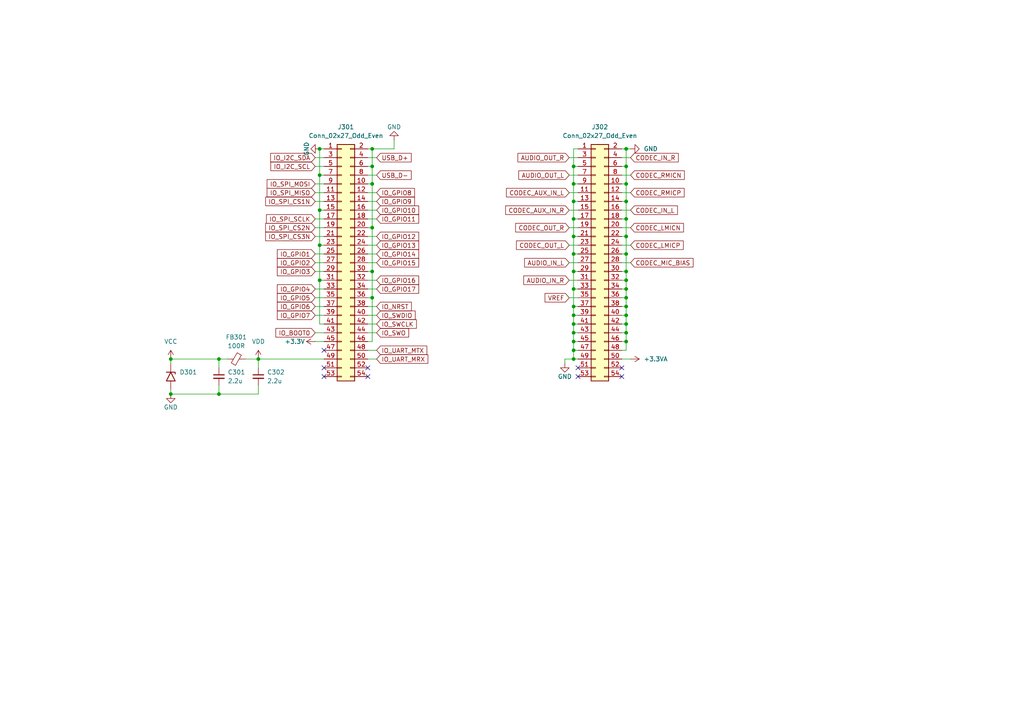
<source format=kicad_sch>
(kicad_sch (version 20231120) (generator "eeschema") (generator_version "8.0")
  (paper "A4")
  (lib_symbols
    (symbol "Connector_Generic:Conn_02x27_Odd_Even" (pin_names (offset 1.016) hide)
      (property "Reference" "J" (at 1.27 35.56 0))
      (property "Value" "Conn_02x27_Odd_Even" (at 1.27 -35.56 0))
      (symbol "Conn_02x27_Odd_Even_1_1"
        (rectangle (start -1.27 -32.893) (end 0 -33.147) (stroke (width 0.1524)))
        (rectangle (start -1.27 -30.353) (end 0 -30.607) (stroke (width 0.1524)))
        (rectangle (start -1.27 -27.813) (end 0 -28.067) (stroke (width 0.1524)))
        (rectangle (start -1.27 -25.273) (end 0 -25.527) (stroke (width 0.1524)))
        (rectangle (start -1.27 -22.733) (end 0 -22.987) (stroke (width 0.1524)))
        (rectangle (start -1.27 -20.193) (end 0 -20.447) (stroke (width 0.1524)))
        (rectangle (start -1.27 -17.653) (end 0 -17.907) (stroke (width 0.1524)))
        (rectangle (start -1.27 -15.113) (end 0 -15.367) (stroke (width 0.1524)))
        (rectangle (start -1.27 -12.573) (end 0 -12.827) (stroke (width 0.1524)))
        (rectangle (start -1.27 -10.033) (end 0 -10.287) (stroke (width 0.1524)))
        (rectangle (start -1.27 -7.493) (end 0 -7.747) (stroke (width 0.1524)))
        (rectangle (start -1.27 -4.953) (end 0 -5.207) (stroke (width 0.1524)))
        (rectangle (start -1.27 -2.413) (end 0 -2.667) (stroke (width 0.1524)))
        (rectangle (start -1.27 0.127) (end 0 -0.127) (stroke (width 0.1524)))
        (rectangle (start -1.27 2.667) (end 0 2.413) (stroke (width 0.1524)))
        (rectangle (start -1.27 5.207) (end 0 4.953) (stroke (width 0.1524)))
        (rectangle (start -1.27 7.747) (end 0 7.493) (stroke (width 0.1524)))
        (rectangle (start -1.27 10.287) (end 0 10.033) (stroke (width 0.1524)))
        (rectangle (start -1.27 12.827) (end 0 12.573) (stroke (width 0.1524)))
        (rectangle (start -1.27 15.367) (end 0 15.113) (stroke (width 0.1524)))
        (rectangle (start -1.27 17.907) (end 0 17.653) (stroke (width 0.1524)))
        (rectangle (start -1.27 20.447) (end 0 20.193) (stroke (width 0.1524)))
        (rectangle (start -1.27 22.987) (end 0 22.733) (stroke (width 0.1524)))
        (rectangle (start -1.27 25.527) (end 0 25.273) (stroke (width 0.1524)))
        (rectangle (start -1.27 28.067) (end 0 27.813) (stroke (width 0.1524)))
        (rectangle (start -1.27 30.607) (end 0 30.353) (stroke (width 0.1524)))
        (rectangle (start -1.27 33.147) (end 0 32.893) (stroke (width 0.1524)))
        (rectangle (start -1.27 34.29) (end 3.81 -34.29) (stroke (width 0.254)) (fill (type background)))
        (rectangle (start 3.81 -32.893) (end 2.54 -33.147) (stroke (width 0.1524)))
        (rectangle (start 3.81 -30.353) (end 2.54 -30.607) (stroke (width 0.1524)))
        (rectangle (start 3.81 -27.813) (end 2.54 -28.067) (stroke (width 0.1524)))
        (rectangle (start 3.81 -25.273) (end 2.54 -25.527) (stroke (width 0.1524)))
        (rectangle (start 3.81 -22.733) (end 2.54 -22.987) (stroke (width 0.1524)))
        (rectangle (start 3.81 -20.193) (end 2.54 -20.447) (stroke (width 0.1524)))
        (rectangle (start 3.81 -17.653) (end 2.54 -17.907) (stroke (width 0.1524)))
        (rectangle (start 3.81 -15.113) (end 2.54 -15.367) (stroke (width 0.1524)))
        (rectangle (start 3.81 -12.573) (end 2.54 -12.827) (stroke (width 0.1524)))
        (rectangle (start 3.81 -10.033) (end 2.54 -10.287) (stroke (width 0.1524)))
        (rectangle (start 3.81 -7.493) (end 2.54 -7.747) (stroke (width 0.1524)))
        (rectangle (start 3.81 -4.953) (end 2.54 -5.207) (stroke (width 0.1524)))
        (rectangle (start 3.81 -2.413) (end 2.54 -2.667) (stroke (width 0.1524)))
        (rectangle (start 3.81 0.127) (end 2.54 -0.127) (stroke (width 0.1524)))
        (rectangle (start 3.81 2.667) (end 2.54 2.413) (stroke (width 0.1524)))
        (rectangle (start 3.81 5.207) (end 2.54 4.953) (stroke (width 0.1524)))
        (rectangle (start 3.81 7.747) (end 2.54 7.493) (stroke (width 0.1524)))
        (rectangle (start 3.81 10.287) (end 2.54 10.033) (stroke (width 0.1524)))
        (rectangle (start 3.81 12.827) (end 2.54 12.573) (stroke (width 0.1524)))
        (rectangle (start 3.81 15.367) (end 2.54 15.113) (stroke (width 0.1524)))
        (rectangle (start 3.81 17.907) (end 2.54 17.653) (stroke (width 0.1524)))
        (rectangle (start 3.81 20.447) (end 2.54 20.193) (stroke (width 0.1524)))
        (rectangle (start 3.81 22.987) (end 2.54 22.733) (stroke (width 0.1524)))
        (rectangle (start 3.81 25.527) (end 2.54 25.273) (stroke (width 0.1524)))
        (rectangle (start 3.81 28.067) (end 2.54 27.813) (stroke (width 0.1524)))
        (rectangle (start 3.81 30.607) (end 2.54 30.353) (stroke (width 0.1524)))
        (rectangle (start 3.81 33.147) (end 2.54 32.893) (stroke (width 0.1524)))
        (pin passive line (at -5.08 33.02 0) (length 3.81) (name "Pin_1") (number "1"))
        (pin passive line (at 7.62 22.86 180) (length 3.81) (name "Pin_10") (number "10"))
        (pin passive line (at -5.08 20.32 0) (length 3.81) (name "Pin_11") (number "11"))
        (pin passive line (at 7.62 20.32 180) (length 3.81) (name "Pin_12") (number "12"))
        (pin passive line (at -5.08 17.78 0) (length 3.81) (name "Pin_13") (number "13"))
        (pin passive line (at 7.62 17.78 180) (length 3.81) (name "Pin_14") (number "14"))
        (pin passive line (at -5.08 15.24 0) (length 3.81) (name "Pin_15") (number "15"))
        (pin passive line (at 7.62 15.24 180) (length 3.81) (name "Pin_16") (number "16"))
        (pin passive line (at -5.08 12.7 0) (length 3.81) (name "Pin_17") (number "17"))
        (pin passive line (at 7.62 12.7 180) (length 3.81) (name "Pin_18") (number "18"))
        (pin passive line (at -5.08 10.16 0) (length 3.81) (name "Pin_19") (number "19"))
        (pin passive line (at 7.62 33.02 180) (length 3.81) (name "Pin_2") (number "2"))
        (pin passive line (at 7.62 10.16 180) (length 3.81) (name "Pin_20") (number "20"))
        (pin passive line (at -5.08 7.62 0) (length 3.81) (name "Pin_21") (number "21"))
        (pin passive line (at 7.62 7.62 180) (length 3.81) (name "Pin_22") (number "22"))
        (pin passive line (at -5.08 5.08 0) (length 3.81) (name "Pin_23") (number "23"))
        (pin passive line (at 7.62 5.08 180) (length 3.81) (name "Pin_24") (number "24"))
        (pin passive line (at -5.08 2.54 0) (length 3.81) (name "Pin_25") (number "25"))
        (pin passive line (at 7.62 2.54 180) (length 3.81) (name "Pin_26") (number "26"))
        (pin passive line (at -5.08 0 0) (length 3.81) (name "Pin_27") (number "27"))
        (pin passive line (at 7.62 0 180) (length 3.81) (name "Pin_28") (number "28"))
        (pin passive line (at -5.08 -2.54 0) (length 3.81) (name "Pin_29") (number "29"))
        (pin passive line (at -5.08 30.48 0) (length 3.81) (name "Pin_3") (number "3"))
        (pin passive line (at 7.62 -2.54 180) (length 3.81) (name "Pin_30") (number "30"))
        (pin passive line (at -5.08 -5.08 0) (length 3.81) (name "Pin_31") (number "31"))
        (pin passive line (at 7.62 -5.08 180) (length 3.81) (name "Pin_32") (number "32"))
        (pin passive line (at -5.08 -7.62 0) (length 3.81) (name "Pin_33") (number "33"))
        (pin passive line (at 7.62 -7.62 180) (length 3.81) (name "Pin_34") (number "34"))
        (pin passive line (at -5.08 -10.16 0) (length 3.81) (name "Pin_35") (number "35"))
        (pin passive line (at 7.62 -10.16 180) (length 3.81) (name "Pin_36") (number "36"))
        (pin passive line (at -5.08 -12.7 0) (length 3.81) (name "Pin_37") (number "37"))
        (pin passive line (at 7.62 -12.7 180) (length 3.81) (name "Pin_38") (number "38"))
        (pin passive line (at -5.08 -15.24 0) (length 3.81) (name "Pin_39") (number "39"))
        (pin passive line (at 7.62 30.48 180) (length 3.81) (name "Pin_4") (number "4"))
        (pin passive line (at 7.62 -15.24 180) (length 3.81) (name "Pin_40") (number "40"))
        (pin passive line (at -5.08 -17.78 0) (length 3.81) (name "Pin_41") (number "41"))
        (pin passive line (at 7.62 -17.78 180) (length 3.81) (name "Pin_42") (number "42"))
        (pin passive line (at -5.08 -20.32 0) (length 3.81) (name "Pin_43") (number "43"))
        (pin passive line (at 7.62 -20.32 180) (length 3.81) (name "Pin_44") (number "44"))
        (pin passive line (at -5.08 -22.86 0) (length 3.81) (name "Pin_45") (number "45"))
        (pin passive line (at 7.62 -22.86 180) (length 3.81) (name "Pin_46") (number "46"))
        (pin passive line (at -5.08 -25.4 0) (length 3.81) (name "Pin_47") (number "47"))
        (pin passive line (at 7.62 -25.4 180) (length 3.81) (name "Pin_48") (number "48"))
        (pin passive line (at -5.08 -27.94 0) (length 3.81) (name "Pin_49") (number "49"))
        (pin passive line (at -5.08 27.94 0) (length 3.81) (name "Pin_5") (number "5"))
        (pin passive line (at 7.62 -27.94 180) (length 3.81) (name "Pin_50") (number "50"))
        (pin passive line (at -5.08 -30.48 0) (length 3.81) (name "Pin_51") (number "51"))
        (pin passive line (at 7.62 -30.48 180) (length 3.81) (name "Pin_52") (number "52"))
        (pin passive line (at -5.08 -33.02 0) (length 3.81) (name "Pin_53") (number "53"))
        (pin passive line (at 7.62 -33.02 180) (length 3.81) (name "Pin_54") (number "54"))
        (pin passive line (at 7.62 27.94 180) (length 3.81) (name "Pin_6") (number "6"))
        (pin passive line (at -5.08 25.4 0) (length 3.81) (name "Pin_7") (number "7"))
        (pin passive line (at 7.62 25.4 180) (length 3.81) (name "Pin_8") (number "8"))
        (pin passive line (at -5.08 22.86 0) (length 3.81) (name "Pin_9") (number "9"))
      )
    )
    (symbol "Custom:D12V0M1U2S9-7" (pin_numbers hide) (pin_names (offset 1.016) hide)
      (property "Reference" "D" (at 0 2.54 0))
      (property "Value" "D12V0M1U2S9-7" (at 0 -2.54 0))
      (symbol "D12V0M1U2S9-7_0_1"
        (polyline (pts (xy -0.762 1.27) (xy -1.27 1.27) (xy -1.27 -1.27)) (stroke (width 0.254)))
        (polyline (pts (xy 1.27 1.27) (xy 1.27 -1.27) (xy -1.27 0) (xy 1.27 1.27)) (stroke (width 0.254)))
      )
      (symbol "D12V0M1U2S9-7_1_1"
        (pin passive line (at -3.81 0 0) (length 2.54) (name "A1") (number "1"))
        (pin passive line (at 3.81 0 180) (length 2.54) (name "A2") (number "2"))
      )
    )
    (symbol "Device:C_Small" (pin_numbers hide) (pin_names (offset 0.254) hide)
      (property "Reference" "C" (at 0.254 1.778 0))
      (property "Value" "C_Small" (at 0.254 -2.032 0))
      (symbol "C_Small_0_1"
        (polyline (pts (xy -1.524 -0.508) (xy 1.524 -0.508)) (stroke (width 0.3302)))
        (polyline (pts (xy -1.524 0.508) (xy 1.524 0.508)) (stroke (width 0.3048)))
      )
      (symbol "C_Small_1_1"
        (pin passive line (at 0 2.54 270) (length 2.032) (name "~") (number "1"))
        (pin passive line (at 0 -2.54 90) (length 2.032) (name "~") (number "2"))
      )
    )
    (symbol "Device:FerriteBead_Small" (pin_numbers hide) (pin_names (offset 0))
      (property "Reference" "FB" (at 1.905 1.27 0))
      (property "Value" "FerriteBead_Small" (at 1.905 -1.27 0))
      (symbol "FerriteBead_Small_0_1"
        (polyline (pts (xy 0 -1.27) (xy 0 -0.7874)))
        (polyline (pts (xy 0 0.889) (xy 0 1.2954)))
        (polyline (pts (xy -1.8288 0.2794) (xy -1.1176 1.4986) (xy 1.8288 -0.2032) (xy 1.1176 -1.4224) (xy -1.8288 0.2794)))
      )
      (symbol "FerriteBead_Small_1_1"
        (pin passive line (at 0 2.54 270) (length 1.27) (name "~") (number "1"))
        (pin passive line (at 0 -2.54 90) (length 1.27) (name "~") (number "2"))
      )
    )
    (symbol "power:+3.3V" (power) (pin_names (offset 0))
      (property "Value" "+3.3V" (at 0 3.556 0))
      (symbol "+3.3V_0_1"
        (polyline (pts (xy -0.762 1.27) (xy 0 2.54)))
        (polyline (pts (xy 0 0) (xy 0 2.54)))
        (polyline (pts (xy 0 2.54) (xy 0.762 1.27)))
      )
      (symbol "+3.3V_1_1"
        (pin power_in line (at 0 0 90) (length 0) hide (name "+3.3V") (number "1"))
      )
    )
    (symbol "power:+3.3VA" (power) (pin_names (offset 0))
      (property "Value" "+3.3VA" (at 0 3.556 0))
      (symbol "+3.3VA_0_1"
        (polyline (pts (xy -0.762 1.27) (xy 0 2.54)))
        (polyline (pts (xy 0 0) (xy 0 2.54)))
        (polyline (pts (xy 0 2.54) (xy 0.762 1.27)))
      )
      (symbol "+3.3VA_1_1"
        (pin power_in line (at 0 0 90) (length 0) hide (name "+3.3VA") (number "1"))
      )
    )
    (symbol "power:GND" (power) (pin_names (offset 0))
      (property "Value" "GND" (at 0 -3.81 0))
      (symbol "GND_0_1"
        (polyline (pts (xy 0 0) (xy 0 -1.27) (xy 1.27 -1.27) (xy 0 -2.54) (xy -1.27 -1.27) (xy 0 -1.27)))
      )
      (symbol "GND_1_1"
        (pin power_in line (at 0 0 270) (length 0) hide (name "GND") (number "1"))
      )
    )
    (symbol "power:VCC" (power) (pin_names (offset 0))
      (property "Value" "VCC" (at 0 3.81 0))
      (symbol "VCC_0_1"
        (polyline (pts (xy -0.762 1.27) (xy 0 2.54)))
        (polyline (pts (xy 0 0) (xy 0 2.54)))
        (polyline (pts (xy 0 2.54) (xy 0.762 1.27)))
      )
      (symbol "VCC_1_1"
        (pin power_in line (at 0 0 90) (length 0) hide (name "VCC") (number "1"))
      )
    )
    (symbol "power:VDD" (power) (pin_names (offset 0))
      (property "Value" "VDD" (at 0 3.81 0))
      (symbol "VDD_0_1"
        (polyline (pts (xy -0.762 1.27) (xy 0 2.54)))
        (polyline (pts (xy 0 0) (xy 0 2.54)))
        (polyline (pts (xy 0 2.54) (xy 0.762 1.27)))
      )
      (symbol "VDD_1_1"
        (pin power_in line (at 0 0 90) (length 0) hide (name "VDD") (number "1"))
      )
    )
  )
  (junction (at 181.61 78.74))
  (junction (at 92.71 81.28))
  (junction (at 107.95 48.26))
  (junction (at 166.37 53.34))
  (junction (at 92.71 71.12))
  (junction (at 107.95 53.34))
  (junction (at 166.37 58.42))
  (junction (at 166.37 101.6))
  (junction (at 181.61 93.98))
  (junction (at 181.61 63.5))
  (junction (at 107.95 66.04))
  (junction (at 181.61 99.06))
  (junction (at 181.61 83.82))
  (junction (at 166.37 48.26))
  (junction (at 63.5 114.3))
  (junction (at 166.37 78.74))
  (junction (at 166.37 96.52))
  (junction (at 92.71 60.96))
  (junction (at 181.61 53.34))
  (junction (at 166.37 93.98))
  (junction (at 166.37 63.5))
  (junction (at 107.95 86.36))
  (junction (at 166.37 104.14))
  (junction (at 74.93 104.14))
  (junction (at 181.61 96.52))
  (junction (at 92.71 50.8))
  (junction (at 63.5 104.14))
  (junction (at 181.61 58.42))
  (junction (at 166.37 88.9))
  (junction (at 166.37 91.44))
  (junction (at 92.71 43.18))
  (junction (at 181.61 68.58))
  (junction (at 166.37 99.06))
  (junction (at 181.61 81.28))
  (junction (at 181.61 48.26))
  (junction (at 166.37 73.66))
  (junction (at 181.61 91.44))
  (junction (at 181.61 43.18))
  (junction (at 166.37 83.82))
  (junction (at 181.61 73.66))
  (junction (at 107.95 43.18))
  (junction (at 49.53 114.3))
  (junction (at 181.61 86.36))
  (junction (at 107.95 78.74))
  (junction (at 181.61 88.9))
  (junction (at 49.53 104.14))
  (junction (at 166.37 68.58))
  (no_connect (at 167.64 109.22))
  (no_connect (at 180.34 106.68))
  (no_connect (at 93.98 109.22))
  (no_connect (at 106.68 106.68))
  (no_connect (at 93.98 106.68))
  (no_connect (at 180.34 109.22))
  (no_connect (at 106.68 109.22))
  (no_connect (at 167.64 106.68))
  (no_connect (at 93.98 101.6))
  (wire (pts (xy 181.61 93.98) (xy 180.34 93.98)))
  (wire (pts (xy 91.44 76.2) (xy 93.98 76.2)))
  (wire (pts (xy 165.1 71.12) (xy 167.64 71.12)))
  (wire (pts (xy 107.95 53.34) (xy 107.95 48.26)))
  (wire (pts (xy 166.37 104.14) (xy 167.64 104.14)))
  (wire (pts (xy 181.61 81.28) (xy 181.61 83.82)))
  (wire (pts (xy 106.68 88.9) (xy 109.22 88.9)))
  (wire (pts (xy 180.34 86.36) (xy 181.61 86.36)))
  (wire (pts (xy 181.61 48.26) (xy 181.61 53.34)))
  (wire (pts (xy 165.1 76.2) (xy 167.64 76.2)))
  (wire (pts (xy 93.98 93.98) (xy 92.71 93.98)))
  (wire (pts (xy 106.68 96.52) (xy 109.22 96.52)))
  (wire (pts (xy 180.34 55.88) (xy 182.88 55.88)))
  (wire (pts (xy 166.37 99.06) (xy 166.37 101.6)))
  (wire (pts (xy 166.37 91.44) (xy 166.37 93.98)))
  (wire (pts (xy 106.68 63.5) (xy 109.22 63.5)))
  (wire (pts (xy 106.68 55.88) (xy 109.22 55.88)))
  (wire (pts (xy 166.37 73.66) (xy 166.37 78.74)))
  (wire (pts (xy 63.5 104.14) (xy 63.5 106.68)))
  (wire (pts (xy 180.34 50.8) (xy 182.88 50.8)))
  (wire (pts (xy 92.71 60.96) (xy 93.98 60.96)))
  (wire (pts (xy 181.61 99.06) (xy 180.34 99.06)))
  (wire (pts (xy 166.37 83.82) (xy 167.64 83.82)))
  (wire (pts (xy 49.53 104.14) (xy 49.53 105.41)))
  (wire (pts (xy 165.1 81.28) (xy 167.64 81.28)))
  (wire (pts (xy 180.34 45.72) (xy 182.88 45.72)))
  (wire (pts (xy 181.61 101.6) (xy 180.34 101.6)))
  (wire (pts (xy 106.68 60.96) (xy 109.22 60.96)))
  (wire (pts (xy 166.37 73.66) (xy 167.64 73.66)))
  (wire (pts (xy 166.37 96.52) (xy 166.37 99.06)))
  (wire (pts (xy 181.61 53.34) (xy 181.61 58.42)))
  (wire (pts (xy 92.71 81.28) (xy 92.71 93.98)))
  (wire (pts (xy 166.37 96.52) (xy 167.64 96.52)))
  (wire (pts (xy 165.1 60.96) (xy 167.64 60.96)))
  (wire (pts (xy 91.44 58.42) (xy 93.98 58.42)))
  (wire (pts (xy 166.37 88.9) (xy 166.37 91.44)))
  (wire (pts (xy 91.44 66.04) (xy 93.98 66.04)))
  (wire (pts (xy 166.37 91.44) (xy 167.64 91.44)))
  (wire (pts (xy 181.61 73.66) (xy 181.61 78.74)))
  (wire (pts (xy 106.68 58.42) (xy 109.22 58.42)))
  (wire (pts (xy 166.37 43.18) (xy 166.37 48.26)))
  (wire (pts (xy 181.61 83.82) (xy 181.61 86.36)))
  (wire (pts (xy 106.68 48.26) (xy 107.95 48.26)))
  (wire (pts (xy 74.93 106.68) (xy 74.93 104.14)))
  (wire (pts (xy 106.68 83.82) (xy 109.22 83.82)))
  (wire (pts (xy 92.71 43.18) (xy 93.98 43.18)))
  (wire (pts (xy 92.71 71.12) (xy 92.71 60.96)))
  (wire (pts (xy 166.37 53.34) (xy 166.37 58.42)))
  (wire (pts (xy 180.34 66.04) (xy 182.88 66.04)))
  (wire (pts (xy 63.5 104.14) (xy 66.04 104.14)))
  (wire (pts (xy 166.37 58.42) (xy 166.37 63.5)))
  (wire (pts (xy 167.64 43.18) (xy 166.37 43.18)))
  (wire (pts (xy 93.98 71.12) (xy 92.71 71.12)))
  (wire (pts (xy 106.68 43.18) (xy 107.95 43.18)))
  (wire (pts (xy 181.61 86.36) (xy 181.61 88.9)))
  (wire (pts (xy 106.68 104.14) (xy 109.22 104.14)))
  (wire (pts (xy 106.68 76.2) (xy 109.22 76.2)))
  (wire (pts (xy 49.53 104.14) (xy 63.5 104.14)))
  (wire (pts (xy 106.68 91.44) (xy 109.22 91.44)))
  (wire (pts (xy 165.1 50.8) (xy 167.64 50.8)))
  (wire (pts (xy 107.95 66.04) (xy 107.95 78.74)))
  (wire (pts (xy 166.37 68.58) (xy 167.64 68.58)))
  (wire (pts (xy 106.68 71.12) (xy 109.22 71.12)))
  (wire (pts (xy 165.1 86.36) (xy 167.64 86.36)))
  (wire (pts (xy 181.61 58.42) (xy 181.61 63.5)))
  (wire (pts (xy 181.61 88.9) (xy 181.61 91.44)))
  (wire (pts (xy 107.95 43.18) (xy 114.3 43.18)))
  (wire (pts (xy 180.34 60.96) (xy 182.88 60.96)))
  (wire (pts (xy 166.37 63.5) (xy 167.64 63.5)))
  (wire (pts (xy 71.12 104.14) (xy 74.93 104.14)))
  (wire (pts (xy 91.44 78.74) (xy 93.98 78.74)))
  (wire (pts (xy 181.61 99.06) (xy 181.61 101.6)))
  (wire (pts (xy 91.44 48.26) (xy 93.98 48.26)))
  (wire (pts (xy 181.61 63.5) (xy 181.61 68.58)))
  (wire (pts (xy 114.3 40.64) (xy 114.3 43.18)))
  (wire (pts (xy 181.61 53.34) (xy 180.34 53.34)))
  (wire (pts (xy 91.44 91.44) (xy 93.98 91.44)))
  (wire (pts (xy 181.61 43.18) (xy 182.88 43.18)))
  (wire (pts (xy 180.34 104.14) (xy 182.88 104.14)))
  (wire (pts (xy 166.37 48.26) (xy 167.64 48.26)))
  (wire (pts (xy 181.61 88.9) (xy 180.34 88.9)))
  (wire (pts (xy 74.93 111.76) (xy 74.93 114.3)))
  (wire (pts (xy 91.44 45.72) (xy 93.98 45.72)))
  (wire (pts (xy 106.68 50.8) (xy 109.22 50.8)))
  (wire (pts (xy 91.44 68.58) (xy 93.98 68.58)))
  (wire (pts (xy 107.95 86.36) (xy 107.95 99.06)))
  (wire (pts (xy 166.37 93.98) (xy 167.64 93.98)))
  (wire (pts (xy 166.37 99.06) (xy 167.64 99.06)))
  (wire (pts (xy 163.83 105.41) (xy 163.83 104.14)))
  (wire (pts (xy 166.37 68.58) (xy 166.37 73.66)))
  (wire (pts (xy 180.34 71.12) (xy 182.88 71.12)))
  (wire (pts (xy 166.37 58.42) (xy 167.64 58.42)))
  (wire (pts (xy 63.5 111.76) (xy 63.5 114.3)))
  (wire (pts (xy 91.44 83.82) (xy 93.98 83.82)))
  (wire (pts (xy 180.34 43.18) (xy 181.61 43.18)))
  (wire (pts (xy 181.61 93.98) (xy 181.61 96.52)))
  (wire (pts (xy 106.68 93.98) (xy 109.22 93.98)))
  (wire (pts (xy 166.37 48.26) (xy 166.37 53.34)))
  (wire (pts (xy 181.61 83.82) (xy 180.34 83.82)))
  (wire (pts (xy 181.61 58.42) (xy 180.34 58.42)))
  (wire (pts (xy 91.44 88.9) (xy 93.98 88.9)))
  (wire (pts (xy 166.37 78.74) (xy 166.37 83.82)))
  (wire (pts (xy 181.61 68.58) (xy 180.34 68.58)))
  (wire (pts (xy 107.95 48.26) (xy 107.95 43.18)))
  (wire (pts (xy 91.44 73.66) (xy 93.98 73.66)))
  (wire (pts (xy 166.37 53.34) (xy 167.64 53.34)))
  (wire (pts (xy 91.44 55.88) (xy 93.98 55.88)))
  (wire (pts (xy 91.44 86.36) (xy 93.98 86.36)))
  (wire (pts (xy 166.37 93.98) (xy 166.37 96.52)))
  (wire (pts (xy 107.95 78.74) (xy 107.95 86.36)))
  (wire (pts (xy 106.68 45.72) (xy 109.22 45.72)))
  (wire (pts (xy 107.95 53.34) (xy 107.95 66.04)))
  (wire (pts (xy 49.53 113.03) (xy 49.53 114.3)))
  (wire (pts (xy 93.98 81.28) (xy 92.71 81.28)))
  (wire (pts (xy 166.37 88.9) (xy 167.64 88.9)))
  (wire (pts (xy 166.37 101.6) (xy 167.64 101.6)))
  (wire (pts (xy 181.61 68.58) (xy 181.61 73.66)))
  (wire (pts (xy 63.5 114.3) (xy 49.53 114.3)))
  (wire (pts (xy 163.83 104.14) (xy 166.37 104.14)))
  (wire (pts (xy 107.95 99.06) (xy 106.68 99.06)))
  (wire (pts (xy 165.1 66.04) (xy 167.64 66.04)))
  (wire (pts (xy 91.44 53.34) (xy 93.98 53.34)))
  (wire (pts (xy 181.61 96.52) (xy 180.34 96.52)))
  (wire (pts (xy 92.71 81.28) (xy 92.71 71.12)))
  (wire (pts (xy 91.44 96.52) (xy 93.98 96.52)))
  (wire (pts (xy 107.95 66.04) (xy 106.68 66.04)))
  (wire (pts (xy 166.37 78.74) (xy 167.64 78.74)))
  (wire (pts (xy 107.95 86.36) (xy 106.68 86.36)))
  (wire (pts (xy 180.34 76.2) (xy 182.88 76.2)))
  (wire (pts (xy 165.1 55.88) (xy 167.64 55.88)))
  (wire (pts (xy 106.68 68.58) (xy 109.22 68.58)))
  (wire (pts (xy 92.71 50.8) (xy 92.71 43.18)))
  (wire (pts (xy 63.5 114.3) (xy 74.93 114.3)))
  (wire (pts (xy 181.61 48.26) (xy 180.34 48.26)))
  (wire (pts (xy 181.61 96.52) (xy 181.61 99.06)))
  (wire (pts (xy 74.93 104.14) (xy 93.98 104.14)))
  (wire (pts (xy 107.95 78.74) (xy 106.68 78.74)))
  (wire (pts (xy 166.37 83.82) (xy 166.37 88.9)))
  (wire (pts (xy 181.61 43.18) (xy 181.61 48.26)))
  (wire (pts (xy 91.44 63.5) (xy 93.98 63.5)))
  (wire (pts (xy 181.61 63.5) (xy 180.34 63.5)))
  (wire (pts (xy 180.34 91.44) (xy 181.61 91.44)))
  (wire (pts (xy 106.68 73.66) (xy 109.22 73.66)))
  (wire (pts (xy 180.34 81.28) (xy 181.61 81.28)))
  (wire (pts (xy 92.71 50.8) (xy 93.98 50.8)))
  (wire (pts (xy 91.44 99.06) (xy 93.98 99.06)))
  (wire (pts (xy 181.61 78.74) (xy 180.34 78.74)))
  (wire (pts (xy 181.61 91.44) (xy 181.61 93.98)))
  (wire (pts (xy 181.61 73.66) (xy 180.34 73.66)))
  (wire (pts (xy 181.61 78.74) (xy 181.61 81.28)))
  (wire (pts (xy 166.37 63.5) (xy 166.37 68.58)))
  (wire (pts (xy 106.68 53.34) (xy 107.95 53.34)))
  (wire (pts (xy 106.68 101.6) (xy 109.22 101.6)))
  (wire (pts (xy 165.1 45.72) (xy 167.64 45.72)))
  (wire (pts (xy 106.68 81.28) (xy 109.22 81.28)))
  (wire (pts (xy 92.71 60.96) (xy 92.71 50.8)))
  (wire (pts (xy 166.37 101.6) (xy 166.37 104.14)))
  (global_label "IO_SPI_CS2N" (shape input) (at 91.44 66.04 180) (property "Intersheetrefs" "${INTERSHEET_REFS}" (effects (hide yes))))
  (global_label "IO_GPIO7" (shape input) (at 91.44 91.44 180) (property "Intersheetrefs" "${INTERSHEET_REFS}" (effects (hide yes))))
  (global_label "AUDIO_OUT_L" (shape input) (at 165.1 50.8 180) (property "Intersheetrefs" "${INTERSHEET_REFS}" (effects (hide yes))))
  (global_label "CODEC_MIC_BIAS" (shape input) (at 182.88 76.2 0) (property "Intersheetrefs" "${INTERSHEET_REFS}" (effects (hide yes))))
  (global_label "CODEC_AUX_IN_R" (shape input) (at 165.1 60.96 180) (property "Intersheetrefs" "${INTERSHEET_REFS}" (effects (hide yes))))
  (global_label "IO_SPI_CS1N" (shape input) (at 91.44 58.42 180) (property "Intersheetrefs" "${INTERSHEET_REFS}" (effects (hide yes))))
  (global_label "IO_GPIO10" (shape input) (at 109.22 60.96 0) (property "Intersheetrefs" "${INTERSHEET_REFS}" (effects (hide yes))))
  (global_label "AUDIO_IN_L" (shape input) (at 165.1 76.2 180) (property "Intersheetrefs" "${INTERSHEET_REFS}" (effects (hide yes))))
  (global_label "IO_GPIO12" (shape input) (at 109.22 68.58 0) (property "Intersheetrefs" "${INTERSHEET_REFS}" (effects (hide yes))))
  (global_label "USB_D+" (shape input) (at 109.22 45.72 0) (property "Intersheetrefs" "${INTERSHEET_REFS}" (effects (hide yes))))
  (global_label "IO_SWDIO" (shape input) (at 109.22 91.44 0) (property "Intersheetrefs" "${INTERSHEET_REFS}" (effects (hide yes))))
  (global_label "IO_GPIO6" (shape input) (at 91.44 88.9 180) (property "Intersheetrefs" "${INTERSHEET_REFS}" (effects (hide yes))))
  (global_label "IO_NRST" (shape input) (at 109.22 88.9 0) (property "Intersheetrefs" "${INTERSHEET_REFS}" (effects (hide yes))))
  (global_label "CODEC_OUT_R" (shape input) (at 165.1 66.04 180) (property "Intersheetrefs" "${INTERSHEET_REFS}" (effects (hide yes))))
  (global_label "IO_GPIO16" (shape input) (at 109.22 81.28 0) (property "Intersheetrefs" "${INTERSHEET_REFS}" (effects (hide yes))))
  (global_label "IO_SWCLK" (shape input) (at 109.22 93.98 0) (property "Intersheetrefs" "${INTERSHEET_REFS}" (effects (hide yes))))
  (global_label "CODEC_RMICN" (shape input) (at 182.88 50.8 0) (property "Intersheetrefs" "${INTERSHEET_REFS}" (effects (hide yes))))
  (global_label "USB_D-" (shape input) (at 109.22 50.8 0) (property "Intersheetrefs" "${INTERSHEET_REFS}" (effects (hide yes))))
  (global_label "CODEC_AUX_IN_L" (shape input) (at 165.1 55.88 180) (property "Intersheetrefs" "${INTERSHEET_REFS}" (effects (hide yes))))
  (global_label "IO_SPI_MISO" (shape input) (at 91.44 55.88 180) (property "Intersheetrefs" "${INTERSHEET_REFS}" (effects (hide yes))))
  (global_label "IO_SWO" (shape input) (at 109.22 96.52 0) (property "Intersheetrefs" "${INTERSHEET_REFS}" (effects (hide yes))))
  (global_label "IO_I2C_SDA" (shape input) (at 91.44 45.72 180) (property "Intersheetrefs" "${INTERSHEET_REFS}" (effects (hide yes))))
  (global_label "CODEC_LMICP" (shape input) (at 182.88 71.12 0) (property "Intersheetrefs" "${INTERSHEET_REFS}" (effects (hide yes))))
  (global_label "IO_UART_MRX" (shape input) (at 109.22 104.14 0) (property "Intersheetrefs" "${INTERSHEET_REFS}" (effects (hide yes))))
  (global_label "IO_BOOT0" (shape input) (at 91.44 96.52 180) (property "Intersheetrefs" "${INTERSHEET_REFS}" (effects (hide yes))))
  (global_label "IO_GPIO8" (shape input) (at 109.22 55.88 0) (property "Intersheetrefs" "${INTERSHEET_REFS}" (effects (hide yes))))
  (global_label "AUDIO_IN_R" (shape input) (at 165.1 81.28 180) (property "Intersheetrefs" "${INTERSHEET_REFS}" (effects (hide yes))))
  (global_label "CODEC_LMICN" (shape input) (at 182.88 66.04 0) (property "Intersheetrefs" "${INTERSHEET_REFS}" (effects (hide yes))))
  (global_label "IO_GPIO11" (shape input) (at 109.22 63.5 0) (property "Intersheetrefs" "${INTERSHEET_REFS}" (effects (hide yes))))
  (global_label "CODEC_RMICP" (shape input) (at 182.88 55.88 0) (property "Intersheetrefs" "${INTERSHEET_REFS}" (effects (hide yes))))
  (global_label "CODEC_IN_R" (shape input) (at 182.88 45.72 0) (property "Intersheetrefs" "${INTERSHEET_REFS}" (effects (hide yes))))
  (global_label "IO_GPIO14" (shape input) (at 109.22 73.66 0) (property "Intersheetrefs" "${INTERSHEET_REFS}" (effects (hide yes))))
  (global_label "IO_GPIO2" (shape input) (at 91.44 76.2 180) (property "Intersheetrefs" "${INTERSHEET_REFS}" (effects (hide yes))))
  (global_label "IO_GPIO17" (shape input) (at 109.22 83.82 0) (property "Intersheetrefs" "${INTERSHEET_REFS}" (effects (hide yes))))
  (global_label "CODEC_OUT_L" (shape input) (at 165.1 71.12 180) (property "Intersheetrefs" "${INTERSHEET_REFS}" (effects (hide yes))))
  (global_label "IO_GPIO15" (shape input) (at 109.22 76.2 0) (property "Intersheetrefs" "${INTERSHEET_REFS}" (effects (hide yes))))
  (global_label "CODEC_IN_L" (shape input) (at 182.88 60.96 0) (property "Intersheetrefs" "${INTERSHEET_REFS}" (effects (hide yes))))
  (global_label "IO_SPI_MOSI" (shape input) (at 91.44 53.34 180) (property "Intersheetrefs" "${INTERSHEET_REFS}" (effects (hide yes))))
  (global_label "IO_SPI_CS3N" (shape input) (at 91.44 68.58 180) (property "Intersheetrefs" "${INTERSHEET_REFS}" (effects (hide yes))))
  (global_label "IO_GPIO13" (shape input) (at 109.22 71.12 0) (property "Intersheetrefs" "${INTERSHEET_REFS}" (effects (hide yes))))
  (global_label "IO_GPIO4" (shape input) (at 91.44 83.82 180) (property "Intersheetrefs" "${INTERSHEET_REFS}" (effects (hide yes))))
  (global_label "IO_GPIO9" (shape input) (at 109.22 58.42 0) (property "Intersheetrefs" "${INTERSHEET_REFS}" (effects (hide yes))))
  (global_label "IO_GPIO1" (shape input) (at 91.44 73.66 180) (property "Intersheetrefs" "${INTERSHEET_REFS}" (effects (hide yes))))
  (global_label "IO_I2C_SCL" (shape input) (at 91.44 48.26 180) (property "Intersheetrefs" "${INTERSHEET_REFS}" (effects (hide yes))))
  (global_label "IO_UART_MTX" (shape input) (at 109.22 101.6 0) (property "Intersheetrefs" "${INTERSHEET_REFS}" (effects (hide yes))))
  (global_label "IO_GPIO5" (shape input) (at 91.44 86.36 180) (property "Intersheetrefs" "${INTERSHEET_REFS}" (effects (hide yes))))
  (global_label "AUDIO_OUT_R" (shape input) (at 165.1 45.72 180) (property "Intersheetrefs" "${INTERSHEET_REFS}" (effects (hide yes))))
  (global_label "IO_SPI_SCLK" (shape input) (at 91.44 63.5 180) (property "Intersheetrefs" "${INTERSHEET_REFS}" (effects (hide yes))))
  (global_label "VREF" (shape input) (at 165.1 86.36 180) (property "Intersheetrefs" "${INTERSHEET_REFS}" (effects (hide yes))))
  (global_label "IO_GPIO3" (shape input) (at 91.44 78.74 180) (property "Intersheetrefs" "${INTERSHEET_REFS}" (effects (hide yes))))
  (symbol (lib_id "power:+3.3VA") (at 182.88 104.14 270) (unit 1)
    (property "Reference" "#PWR0308" (effects (hide yes)))
    (property "Value" "+3.3VA" (at 186.69 104.14 90) (effects (justify left)))
  )
  (symbol (lib_id "power:GND") (at 49.53 114.3 0) (unit 1)
    (property "Reference" "#PWR0305" (effects (hide yes)))
    (property "Value" "GND" (at 49.53 118.11 0))
  )
  (symbol (lib_id "power:GND") (at 114.3 40.64 180) (unit 1)
    (property "Reference" "#PWR0304" (effects (hide yes)))
    (property "Value" "GND" (at 114.3 36.83 0))
  )
  (symbol (lib_id "power:VDD") (at 74.93 104.14 0) (unit 1)
    (property "Reference" "#PWR0302" (effects (hide yes)))
    (property "Value" "VDD" (at 74.93 99.06 0))
  )
  (symbol (lib_id "Connector_Generic:Conn_02x27_Odd_Even") (at 172.72 76.2 0) (unit 1)
    (property "Reference" "J302" (at 173.99 36.83 0))
    (property "Value" "Conn_02x27_Odd_Even" (at 173.99 39.37 0))
    (property "Footprint" "Custom:DF40C-50DP-0.4V" (effects (hide yes)))
  )
  (symbol (lib_id "power:GND") (at 163.83 105.41 0) (unit 1)
    (property "Reference" "#PWR0307" (effects (hide yes)))
    (property "Value" "GND" (at 163.83 109.22 0))
  )
  (symbol (lib_id "Connector_Generic:Conn_02x27_Odd_Even") (at 99.06 76.2 0) (unit 1)
    (property "Reference" "J301" (at 100.33 36.83 0))
    (property "Value" "Conn_02x27_Odd_Even" (at 100.33 39.37 0))
    (property "Footprint" "Custom:DF40C-50DP-0.4V" (effects (hide yes)))
  )
  (symbol (lib_id "Custom:D12V0M1U2S9-7") (at 49.53 109.22 270) (unit 1)
    (property "Reference" "D301" (at 52.07 107.95 90) (effects (justify left)))
    (property "Value" "D12V0M1U2S9-7" (effects (hide yes)))
    (property "Footprint" "Diode_SMD:D_SOD-923" (effects (hide yes)))
  )
  (symbol (lib_id "power:GND") (at 182.88 43.18 90) (unit 1)
    (property "Reference" "#PWR0309" (effects (hide yes)))
    (property "Value" "GND" (at 186.69 43.18 90) (effects (justify right)))
  )
  (symbol (lib_id "Device:C_Small") (at 63.5 109.22 0) (unit 1)
    (property "Reference" "C301" (at 66.04 107.9563 0) (effects (justify left)))
    (property "Value" "2.2u" (at 66.04 110.4963 0) (effects (justify left)))
    (property "Footprint" "Capacitor_SMD:C_0402_1005Metric" (effects (hide yes)))
  )
  (symbol (lib_id "power:+3.3V") (at 91.44 99.06 90) (unit 1)
    (property "Reference" "#PWR0303" (effects (hide yes)))
    (property "Value" "+3.3V" (at 82.55 99.06 90) (effects (justify right)))
  )
  (symbol (lib_id "Device:C_Small") (at 74.93 109.22 0) (unit 1)
    (property "Reference" "C302" (at 77.47 107.9563 0) (effects (justify left)))
    (property "Value" "2.2u" (at 77.47 110.4963 0) (effects (justify left)))
    (property "Footprint" "Capacitor_SMD:C_0402_1005Metric" (effects (hide yes)))
  )
  (symbol (lib_id "Device:FerriteBead_Small") (at 68.58 104.14 90) (unit 1)
    (property "Reference" "FB301" (at 68.5419 97.79 90))
    (property "Value" "100R" (at 68.5419 100.33 90))
    (property "Footprint" "Resistor_SMD:R_0805_2012Metric" (effects (hide yes)))
  )
  (symbol (lib_id "power:GND") (at 92.71 43.18 270) (unit 1)
    (property "Reference" "#PWR0306" (effects (hide yes)))
    (property "Value" "GND" (at 88.9 43.18 0))
  )
  (symbol (lib_id "power:VCC") (at 49.53 104.14 0) (unit 1)
    (property "Reference" "#PWR0301" (effects (hide yes)))
    (property "Value" "VCC" (at 49.53 99.06 0))
  )
)
</source>
